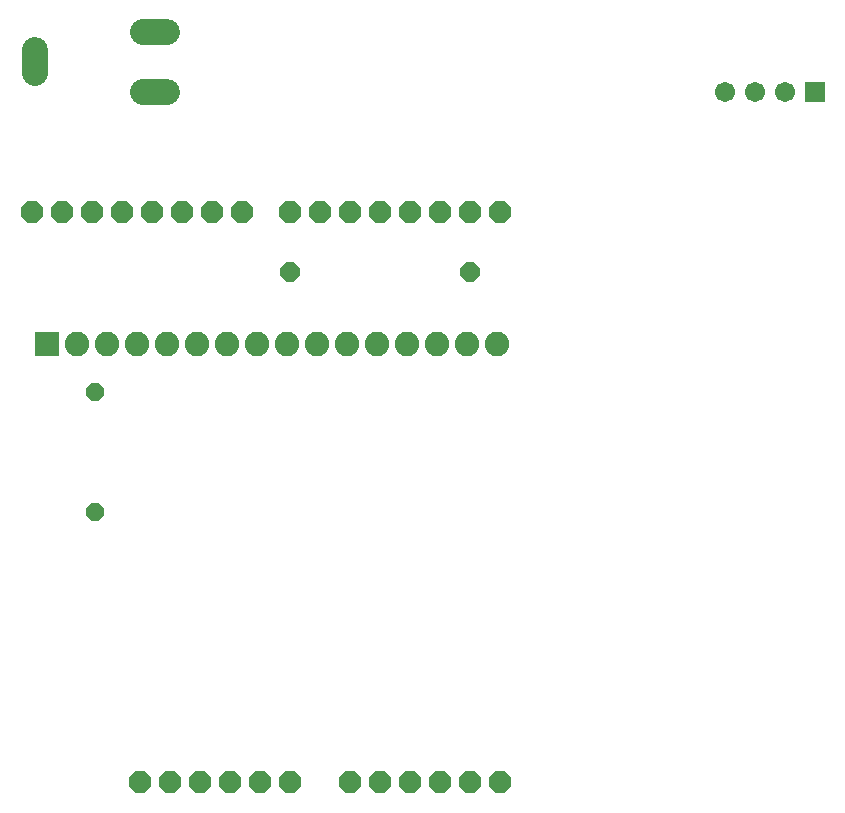
<source format=gbr>
G04 EAGLE Gerber RS-274X export*
G75*
%MOMM*%
%FSLAX34Y34*%
%LPD*%
%INSoldermask Top*%
%IPPOS*%
%AMOC8*
5,1,8,0,0,1.08239X$1,22.5*%
G01*
%ADD10R,2.082800X2.082800*%
%ADD11C,2.082800*%
%ADD12P,1.759533X8X202.500000*%
%ADD13C,2.184400*%
%ADD14P,2.034460X8X22.500000*%
%ADD15R,1.711200X1.711200*%
%ADD16C,1.711200*%
%ADD17P,1.649562X8X292.500000*%


D10*
X149900Y409000D03*
D11*
X175300Y409000D03*
X200700Y409000D03*
X226100Y409000D03*
X251500Y409000D03*
X276900Y409000D03*
X302300Y409000D03*
X327700Y409000D03*
X353100Y409000D03*
X378500Y409000D03*
X403900Y409000D03*
X429300Y409000D03*
X454700Y409000D03*
X480100Y409000D03*
X505500Y409000D03*
X530900Y409000D03*
D12*
X508000Y469900D03*
X355600Y469900D03*
D13*
X139700Y637794D02*
X139700Y657606D01*
X231394Y622300D02*
X251206Y622300D01*
X251206Y673100D02*
X231394Y673100D01*
D14*
X431800Y520700D03*
X406400Y38100D03*
X457200Y520700D03*
X482600Y520700D03*
X508000Y520700D03*
X533400Y520700D03*
X406400Y520700D03*
X381000Y520700D03*
X355600Y520700D03*
X314960Y520700D03*
X289560Y520700D03*
X264160Y520700D03*
X238760Y520700D03*
X213360Y520700D03*
X187960Y520700D03*
X162560Y520700D03*
X137160Y520700D03*
X431800Y38100D03*
X457200Y38100D03*
X482600Y38100D03*
X508000Y38100D03*
X533400Y38100D03*
X355600Y38100D03*
X330200Y38100D03*
X304800Y38100D03*
X279400Y38100D03*
X254000Y38100D03*
X228600Y38100D03*
D15*
X800100Y622300D03*
D16*
X774700Y622300D03*
X749300Y622300D03*
X723900Y622300D03*
D17*
X190500Y368300D03*
X190500Y266700D03*
M02*

</source>
